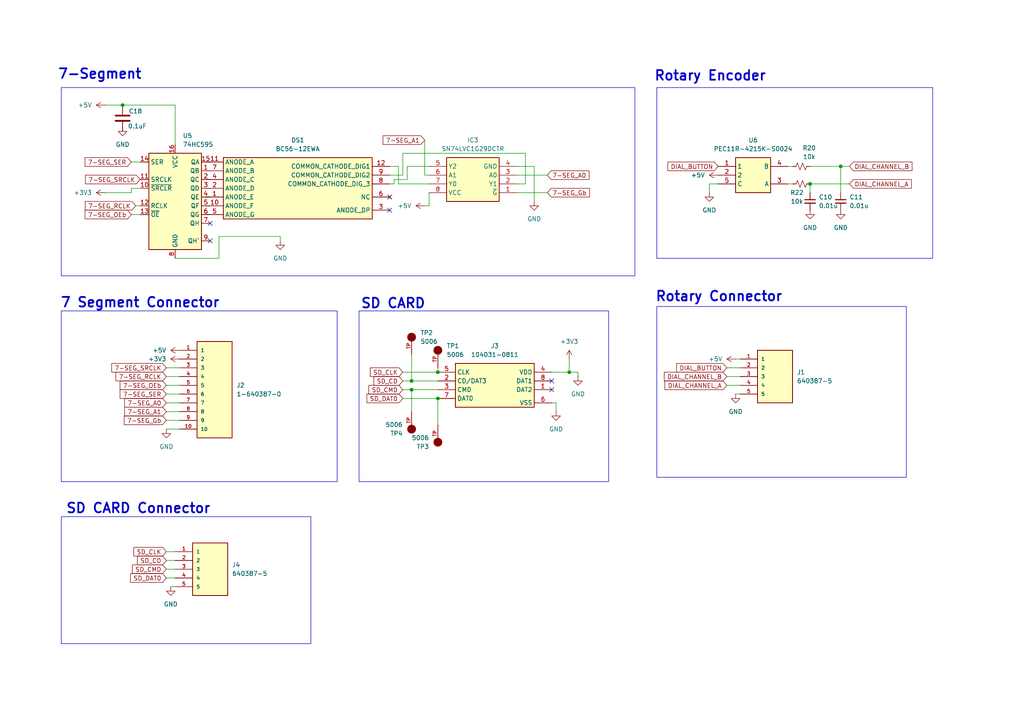
<source format=kicad_sch>
(kicad_sch (version 20231120) (generator "eeschema") (generator_version "8.0")
  (paper "A4")
  (lib_symbols
    (symbol "1-640387-0:1-640387-0" (pin_names (offset 1.016))
      (property "Reference" "J" (at -5.58 15.24 0))
      (property "Value" "1-640387-0" (at -5.08 -15.24 0))
      (symbol "1-640387-0_0_0"
        (rectangle (start -5.08 -12.7) (end 5.08 15.24) (stroke (width 0.254)) (fill (type background)))
        (pin passive line (at -10.16 12.7 0) (length 5.08) (name "1") (number "1"))
        (pin passive line (at -10.16 -10.16 0) (length 5.08) (name "10") (number "10"))
        (pin passive line (at -10.16 10.16 0) (length 5.08) (name "2") (number "2"))
        (pin passive line (at -10.16 7.62 0) (length 5.08) (name "3") (number "3"))
        (pin passive line (at -10.16 5.08 0) (length 5.08) (name "4") (number "4"))
        (pin passive line (at -10.16 2.54 0) (length 5.08) (name "5") (number "5"))
        (pin passive line (at -10.16 0 0) (length 5.08) (name "6") (number "6"))
        (pin passive line (at -10.16 -2.54 0) (length 5.08) (name "7") (number "7"))
        (pin passive line (at -10.16 -5.08 0) (length 5.08) (name "8") (number "8"))
        (pin passive line (at -10.16 -7.62 0) (length 5.08) (name "9") (number "9"))
      )
    )
    (symbol "104031-0811:104031-0811"
      (property "Reference" "J3" (at 16.51 7.62 0))
      (property "Value" "104031-0811" (at 16.51 5.08 0))
      (symbol "104031-0811_1_1"
        (rectangle (start 5.08 2.54) (end 27.94 -10.16) (stroke (width 0.254)) (fill (type background)))
        (pin passive line (at 33.02 -5.08 180) (length 5.08) (name "DAT2") (number "1"))
        (pin passive line (at 0 -2.54 0) (length 5.08) (name "CD/DAT3") (number "2"))
        (pin passive line (at 0 -5.08 0) (length 5.08) (name "CMD") (number "3"))
        (pin passive line (at 33.02 0 180) (length 5.08) (name "VDD") (number "4"))
        (pin passive line (at 0 0 0) (length 5.08) (name "CLK") (number "5"))
        (pin passive line (at 33.02 -8.89 180) (length 5.08) (name "VSS") (number "6"))
        (pin passive line (at 0 -7.62 0) (length 5.08) (name "DAT0") (number "7"))
        (pin passive line (at 33.02 -2.54 180) (length 5.08) (name "DAT1") (number "8"))
      )
    )
    (symbol "5006:5006" (pin_names (offset 1.016))
      (property "Reference" "TP" (at -2.5444 2.5415 0))
      (property "Value" "5006" (at -2.55 -5.0866 0))
      (symbol "5006_0_0"
        (circle (center 0 0) (radius 0.635) (stroke (width 1.27)))
        (pin passive line (at -5.08 0 0) (length 5.08) (name "~") (number "TP"))
      )
    )
    (symbol "640387-5:640387-5" (pin_names (offset 1.016))
      (property "Reference" "J" (at -5.58 7.62 0))
      (property "Value" "640387-5" (at -5.08 -10.16 0))
      (symbol "640387-5_0_0"
        (rectangle (start -5.08 -7.62) (end 5.08 7.62) (stroke (width 0.254)) (fill (type background)))
        (pin passive line (at -10.16 5.08 0) (length 5.08) (name "1") (number "1"))
        (pin passive line (at -10.16 2.54 0) (length 5.08) (name "2") (number "2"))
        (pin passive line (at -10.16 0 0) (length 5.08) (name "3") (number "3"))
        (pin passive line (at -10.16 -2.54 0) (length 5.08) (name "4") (number "4"))
        (pin passive line (at -10.16 -5.08 0) (length 5.08) (name "5") (number "5"))
      )
    )
    (symbol "74xx:74HC595"
      (property "Reference" "U" (at -7.62 13.97 0))
      (property "Value" "74HC595" (at -7.62 -16.51 0))
      (symbol "74HC595_1_0"
        (pin tri_state line (at 10.16 7.62 180) (length 2.54) (name "QB") (number "1"))
        (pin input line (at -10.16 2.54 0) (length 2.54) (name "~{SRCLR}") (number "10"))
        (pin input line (at -10.16 5.08 0) (length 2.54) (name "SRCLK") (number "11"))
        (pin input line (at -10.16 -2.54 0) (length 2.54) (name "RCLK") (number "12"))
        (pin input line (at -10.16 -5.08 0) (length 2.54) (name "~{OE}") (number "13"))
        (pin input line (at -10.16 10.16 0) (length 2.54) (name "SER") (number "14"))
        (pin tri_state line (at 10.16 10.16 180) (length 2.54) (name "QA") (number "15"))
        (pin power_in line (at 0 15.24 270) (length 2.54) (name "VCC") (number "16"))
        (pin tri_state line (at 10.16 5.08 180) (length 2.54) (name "QC") (number "2"))
        (pin tri_state line (at 10.16 2.54 180) (length 2.54) (name "QD") (number "3"))
        (pin tri_state line (at 10.16 0 180) (length 2.54) (name "QE") (number "4"))
        (pin tri_state line (at 10.16 -2.54 180) (length 2.54) (name "QF") (number "5"))
        (pin tri_state line (at 10.16 -5.08 180) (length 2.54) (name "QG") (number "6"))
        (pin tri_state line (at 10.16 -7.62 180) (length 2.54) (name "QH") (number "7"))
        (pin power_in line (at 0 -17.78 90) (length 2.54) (name "GND") (number "8"))
        (pin output line (at 10.16 -12.7 180) (length 2.54) (name "QH'") (number "9"))
      )
      (symbol "74HC595_1_1"
        (rectangle (start -7.62 12.7) (end 7.62 -15.24) (stroke (width 0.254)) (fill (type background)))
      )
    )
    (symbol "Device:C" (pin_numbers hide) (pin_names (offset 0.254))
      (property "Reference" "C" (at 0.635 2.54 0))
      (property "Value" "C" (at 0.635 -2.54 0))
      (symbol "C_0_1"
        (polyline (pts (xy -2.032 -0.762) (xy 2.032 -0.762)) (stroke (width 0.508)))
        (polyline (pts (xy -2.032 0.762) (xy 2.032 0.762)) (stroke (width 0.508)))
      )
      (symbol "C_1_1"
        (pin passive line (at 0 3.81 270) (length 2.794) (name "~") (number "1"))
        (pin passive line (at 0 -3.81 90) (length 2.794) (name "~") (number "2"))
      )
    )
    (symbol "Device:C_Small" (pin_numbers hide) (pin_names (offset 0.254) hide)
      (property "Reference" "C" (at 0.254 1.778 0))
      (property "Value" "C_Small" (at 0.254 -2.032 0))
      (symbol "C_Small_0_1"
        (polyline (pts (xy -1.524 -0.508) (xy 1.524 -0.508)) (stroke (width 0.3302)))
        (polyline (pts (xy -1.524 0.508) (xy 1.524 0.508)) (stroke (width 0.3048)))
      )
      (symbol "C_Small_1_1"
        (pin passive line (at 0 2.54 270) (length 2.032) (name "~") (number "1"))
        (pin passive line (at 0 -2.54 90) (length 2.032) (name "~") (number "2"))
      )
    )
    (symbol "Device:R_Small_US" (pin_numbers hide) (pin_names (offset 0.254) hide)
      (property "Reference" "R" (at 0.762 0.508 0))
      (property "Value" "R_Small_US" (at 0.762 -1.016 0))
      (symbol "R_Small_US_1_1"
        (polyline (pts (xy 0 0) (xy 1.016 -0.381) (xy 0 -0.762) (xy -1.016 -1.143) (xy 0 -1.524)))
        (polyline (pts (xy 0 1.524) (xy 1.016 1.143) (xy 0 0.762) (xy -1.016 0.381) (xy 0 0)))
        (pin passive line (at 0 2.54 270) (length 1.016) (name "~") (number "1"))
        (pin passive line (at 0 -2.54 90) (length 1.016) (name "~") (number "2"))
      )
    )
    (symbol "SamacSys_Parts:BC56-12EWA"
      (property "Reference" "DS1" (at 26.67 7.62 0))
      (property "Value" "BC56-12EWA" (at 26.67 5.08 0))
      (symbol "BC56-12EWA_1_1"
        (rectangle (start 5.08 2.54) (end 48.26 -15.24) (stroke (width 0.254)) (fill (type background)))
        (pin passive line (at 0 -8.89 0) (length 5.08) (name "ANODE_E") (number "1"))
        (pin passive line (at 0 -11.43 0) (length 5.08) (name "ANODE_F") (number "10"))
        (pin passive line (at 0 1.27 0) (length 5.08) (name "ANODE_A") (number "11"))
        (pin passive line (at 53.34 0 180) (length 5.08) (name "COMMON_CATHODE_DIG1") (number "12"))
        (pin passive line (at 0 -6.35 0) (length 5.08) (name "ANODE_D") (number "2"))
        (pin passive line (at 53.34 -12.7 180) (length 5.08) (name "ANODE_DP") (number "3"))
        (pin passive line (at 0 -3.81 0) (length 5.08) (name "ANODE_C") (number "4"))
        (pin passive line (at 0 -13.97 0) (length 5.08) (name "ANODE_G") (number "5"))
        (pin no_connect line (at 53.34 -8.89 180) (length 5.08) (name "NC") (number "6"))
        (pin passive line (at 0 -1.27 0) (length 5.08) (name "ANODE_B") (number "7"))
        (pin passive line (at 53.34 -5.08 180) (length 5.08) (name "COMMON_CATHODE_DIG_3") (number "8"))
        (pin passive line (at 53.34 -2.54 180) (length 5.08) (name "COMMON_CATHODE_DIG2") (number "9"))
      )
    )
    (symbol "SamacSys_Parts:PEC11R-4215K-S0024"
      (property "Reference" "U6" (at 10.16 7.62 0))
      (property "Value" "PEC11R-4215K-S0024" (at 10.16 5.08 0))
      (symbol "PEC11R-4215K-S0024_1_1"
        (rectangle (start 5.08 2.54) (end 15.24 -7.62) (stroke (width 0.254)) (fill (type background)))
        (pin passive line (at 0 0 0) (length 5.08) (name "1") (number "1"))
        (pin passive line (at 0 -2.54 0) (length 5.08) (name "2") (number "2"))
        (pin passive line (at 20.32 -5.08 180) (length 5.08) (name "A") (number "3"))
        (pin passive line (at 20.32 0 180) (length 5.08) (name "B") (number "4"))
        (pin passive line (at 0 -5.08 0) (length 5.08) (name "C") (number "5"))
      )
    )
    (symbol "SamacSys_Parts:SN74LVC1G29DCTR"
      (property "Reference" "IC" (at 21.59 7.62 0))
      (property "Value" "SN74LVC1G29DCTR" (at 21.59 5.08 0))
      (symbol "SN74LVC1G29DCTR_1_1"
        (rectangle (start 5.08 2.54) (end 20.32 -10.16) (stroke (width 0.254)) (fill (type background)))
        (pin passive line (at 0 0 0) (length 5.08) (name "~{G}") (number "1"))
        (pin passive line (at 0 -2.54 0) (length 5.08) (name "Y1") (number "2"))
        (pin passive line (at 0 -5.08 0) (length 5.08) (name "A0") (number "3"))
        (pin passive line (at 0 -7.62 0) (length 5.08) (name "GND") (number "4"))
        (pin passive line (at 25.4 -7.62 180) (length 5.08) (name "Y2") (number "5"))
        (pin passive line (at 25.4 -5.08 180) (length 5.08) (name "A1") (number "6"))
        (pin passive line (at 25.4 -2.54 180) (length 5.08) (name "Y0") (number "7"))
        (pin passive line (at 25.4 0 180) (length 5.08) (name "VCC") (number "8"))
      )
    )
    (symbol "power:+3V3" (power) (pin_numbers hide) (pin_names (offset 0) hide)
      (property "Value" "+3V3" (at 0 3.556 0))
      (symbol "+3V3_0_1"
        (polyline (pts (xy -0.762 1.27) (xy 0 2.54)))
        (polyline (pts (xy 0 0) (xy 0 2.54)))
        (polyline (pts (xy 0 2.54) (xy 0.762 1.27)))
      )
      (symbol "+3V3_1_1"
        (pin power_in line (at 0 0 90) (length 0) (name "~") (number "1"))
      )
    )
    (symbol "power:+5V" (power) (pin_numbers hide) (pin_names (offset 0) hide)
      (property "Value" "+5V" (at 0 3.556 0))
      (symbol "+5V_0_1"
        (polyline (pts (xy -0.762 1.27) (xy 0 2.54)))
        (polyline (pts (xy 0 0) (xy 0 2.54)))
        (polyline (pts (xy 0 2.54) (xy 0.762 1.27)))
      )
      (symbol "+5V_1_1"
        (pin power_in line (at 0 0 90) (length 0) (name "~") (number "1"))
      )
    )
    (symbol "power:GND" (power) (pin_numbers hide) (pin_names (offset 0) hide)
      (property "Value" "GND" (at 0 -3.81 0))
      (symbol "GND_0_1"
        (polyline (pts (xy 0 0) (xy 0 -1.27) (xy 1.27 -1.27) (xy 0 -2.54) (xy -1.27 -1.27) (xy 0 -1.27)))
      )
      (symbol "GND_1_1"
        (pin power_in line (at 0 0 270) (length 0) (name "~") (number "1"))
      )
    )
  )
  (junction (at 119.38 110.49))
  (junction (at 234.95 53.34))
  (junction (at 243.84 48.26))
  (junction (at 127 107.95))
  (junction (at 165.1 107.95))
  (junction (at 35.56 30.48))
  (junction (at 127 115.57))
  (junction (at 119.38 113.03))
  (no_connect (at 160.02 113.03))
  (no_connect (at 160.02 110.49))
  (no_connect (at 113.03 57.15))
  (no_connect (at 60.96 69.85))
  (no_connect (at 113.03 60.96))
  (no_connect (at 60.96 64.77))
  (wire (pts (xy 158.75 55.88) (xy 149.86 55.88)))
  (wire (pts (xy 205.74 53.34) (xy 205.74 55.88)))
  (wire (pts (xy 81.28 68.58) (xy 81.28 69.85)))
  (wire (pts (xy 119.38 102.87) (xy 119.38 110.49)))
  (wire (pts (xy 49.53 170.18) (xy 50.8 170.18)))
  (wire (pts (xy 48.26 109.22) (xy 52.07 109.22)))
  (wire (pts (xy 38.1 55.88) (xy 38.1 54.61)))
  (wire (pts (xy 113.03 50.8) (xy 116.84 50.8)))
  (wire (pts (xy 205.74 53.34) (xy 208.28 53.34)))
  (wire (pts (xy 38.1 54.61) (xy 40.64 54.61)))
  (wire (pts (xy 118.11 52.07) (xy 118.11 48.26)))
  (wire (pts (xy 213.36 114.3) (xy 214.63 114.3)))
  (wire (pts (xy 152.4 53.34) (xy 152.4 44.45)))
  (wire (pts (xy 60.96 59.69) (xy 59.69 59.69)))
  (wire (pts (xy 48.26 165.1) (xy 50.8 165.1)))
  (wire (pts (xy 116.84 115.57) (xy 127 115.57)))
  (wire (pts (xy 116.84 110.49) (xy 119.38 110.49)))
  (wire (pts (xy 234.95 53.34) (xy 246.38 53.34)))
  (wire (pts (xy 149.86 53.34) (xy 152.4 53.34)))
  (wire (pts (xy 113.03 53.34) (xy 114.3 53.34)))
  (wire (pts (xy 229.87 48.26) (xy 228.6 48.26)))
  (wire (pts (xy 116.84 113.03) (xy 119.38 113.03)))
  (polyline (pts (xy 406.4 247.65) (xy 406.4 171.45)))
  (wire (pts (xy 60.96 62.23) (xy 59.69 62.23)))
  (wire (pts (xy 154.94 48.26) (xy 154.94 58.42)))
  (wire (pts (xy 60.96 57.15) (xy 59.69 57.15)))
  (wire (pts (xy 127 106.68) (xy 127 107.95)))
  (wire (pts (xy 35.56 30.48) (xy 50.8 30.48)))
  (wire (pts (xy 229.87 53.34) (xy 228.6 53.34)))
  (wire (pts (xy 210.82 111.76) (xy 214.63 111.76)))
  (wire (pts (xy 119.38 113.03) (xy 127 113.03)))
  (wire (pts (xy 50.8 30.48) (xy 50.8 41.91)))
  (wire (pts (xy 63.5 74.93) (xy 63.5 68.58)))
  (wire (pts (xy 210.82 106.68) (xy 214.63 106.68)))
  (wire (pts (xy 123.19 50.8) (xy 124.46 50.8)))
  (wire (pts (xy 115.57 53.34) (xy 115.57 48.26)))
  (wire (pts (xy 234.95 48.26) (xy 243.84 48.26)))
  (wire (pts (xy 48.26 121.92) (xy 52.07 121.92)))
  (wire (pts (xy 63.5 68.58) (xy 81.28 68.58)))
  (wire (pts (xy 161.29 119.38) (xy 161.29 116.84)))
  (wire (pts (xy 119.38 113.03) (xy 119.38 119.38)))
  (wire (pts (xy 48.26 160.02) (xy 50.8 160.02)))
  (wire (pts (xy 30.48 55.88) (xy 38.1 55.88)))
  (wire (pts (xy 48.26 106.68) (xy 52.07 106.68)))
  (wire (pts (xy 152.4 44.45) (xy 116.84 44.45)))
  (wire (pts (xy 50.8 74.93) (xy 63.5 74.93)))
  (wire (pts (xy 123.19 59.69) (xy 124.46 59.69)))
  (wire (pts (xy 243.84 48.26) (xy 243.84 55.88)))
  (wire (pts (xy 48.26 124.46) (xy 52.07 124.46)))
  (wire (pts (xy 116.84 107.95) (xy 127 107.95)))
  (wire (pts (xy 243.84 48.26) (xy 246.38 48.26)))
  (wire (pts (xy 161.29 116.84) (xy 160.02 116.84)))
  (wire (pts (xy 160.02 107.95) (xy 165.1 107.95)))
  (wire (pts (xy 149.86 48.26) (xy 154.94 48.26)))
  (wire (pts (xy 48.26 119.38) (xy 52.07 119.38)))
  (wire (pts (xy 48.26 162.56) (xy 50.8 162.56)))
  (wire (pts (xy 60.96 49.53) (xy 59.69 49.53)))
  (wire (pts (xy 213.36 104.14) (xy 214.63 104.14)))
  (wire (pts (xy 234.95 53.34) (xy 234.95 55.88)))
  (wire (pts (xy 60.96 52.07) (xy 59.69 52.07)))
  (wire (pts (xy 158.75 50.8) (xy 149.86 50.8)))
  (wire (pts (xy 210.82 109.22) (xy 214.63 109.22)))
  (wire (pts (xy 60.96 46.99) (xy 59.69 46.99)))
  (wire (pts (xy 119.38 110.49) (xy 127 110.49)))
  (wire (pts (xy 116.84 44.45) (xy 116.84 50.8)))
  (wire (pts (xy 114.3 53.34) (xy 114.3 52.07)))
  (wire (pts (xy 35.56 38.1) (xy 35.56 36.83)))
  (wire (pts (xy 38.1 62.23) (xy 40.64 62.23)))
  (wire (pts (xy 123.19 40.64) (xy 123.19 50.8)))
  (wire (pts (xy 48.26 167.64) (xy 50.8 167.64)))
  (wire (pts (xy 124.46 59.69) (xy 124.46 55.88)))
  (wire (pts (xy 48.26 114.3) (xy 52.07 114.3)))
  (wire (pts (xy 127 115.57) (xy 127 123.19)))
  (wire (pts (xy 114.3 52.07) (xy 118.11 52.07)))
  (wire (pts (xy 118.11 48.26) (xy 124.46 48.26)))
  (wire (pts (xy 165.1 107.95) (xy 165.1 104.14)))
  (wire (pts (xy 48.26 111.76) (xy 52.07 111.76)))
  (wire (pts (xy 167.64 109.22) (xy 167.64 107.95)))
  (wire (pts (xy 60.96 54.61) (xy 59.69 54.61)))
  (wire (pts (xy 167.64 107.95) (xy 165.1 107.95)))
  (wire (pts (xy 124.46 53.34) (xy 115.57 53.34)))
  (wire (pts (xy 113.03 48.26) (xy 115.57 48.26)))
  (wire (pts (xy 48.26 116.84) (xy 52.07 116.84)))
  (wire (pts (xy 39.37 59.69) (xy 40.64 59.69)))
  (wire (pts (xy 38.1 46.99) (xy 40.64 46.99)))
  (wire (pts (xy 30.48 30.48) (xy 35.56 30.48)))
  (rectangle (start 17.78 149.86) (end 90.17 186.69))
  (rectangle (start 190.5 25.4) (end 270.51 74.93))
  (rectangle (start 17.78 90.17) (end 97.79 139.7))
  (rectangle (start 17.78 25.4) (end 184.15 80.01))
  (rectangle (start 104.14 90.17) (end 176.53 139.7))
  (rectangle (start 190.5 88.9) (end 262.89 138.43))
  (text "7 Segment Connector" (at 40.64 87.884 0) (effects (font (size 2.794 2.794) (thickness 0.508) (bold yes))))
  (text "Rotary Encoder" (at 205.994 22.098 0) (effects (font (size 2.794 2.794) (thickness 0.508) (bold yes))))
  (text "7-Segment\n" (at 28.956 21.59 0) (effects (font (size 2.794 2.794) (thickness 0.508) (bold yes))))
  (text "SD CARD" (at 114.046 88.138 0) (effects (font (size 2.794 2.794) (thickness 0.508) (bold yes))))
  (text "Rotary Connector" (at 208.534 86.106 0) (effects (font (size 2.794 2.794) (thickness 0.508) (bold yes))))
  (text "SD CARD Connector" (at 40.132 147.574 0) (effects (font (size 2.794 2.794) (thickness 0.508) (bold yes))))
  (global_label "DIAL_BUTTON" (shape input) (at 210.82 106.68 180) (property "Intersheetrefs" "${INTERSHEET_REFS}" (effects (hide yes))))
  (global_label "7-SEG_RCLK" (shape input) (at 48.26 109.22 180) (property "Intersheetrefs" "${INTERSHEET_REFS}" (effects (hide yes))))
  (global_label "7-SEG_RCLK" (shape input) (at 39.37 59.69 180) (property "Intersheetrefs" "${INTERSHEET_REFS}" (effects (hide yes))))
  (global_label "7-SEG_A1" (shape input) (at 48.26 119.38 180) (property "Intersheetrefs" "${INTERSHEET_REFS}" (effects (hide yes))))
  (global_label "7-SEG_OEb" (shape input) (at 38.1 62.23 180) (property "Intersheetrefs" "${INTERSHEET_REFS}" (effects (hide yes))))
  (global_label "SD_CMD" (shape input) (at 116.84 113.03 180) (property "Intersheetrefs" "${INTERSHEET_REFS}" (effects (hide yes))))
  (global_label "SD_CD" (shape input) (at 116.84 110.49 180) (property "Intersheetrefs" "${INTERSHEET_REFS}" (effects (hide yes))))
  (global_label "7-SEG_A0" (shape input) (at 158.75 50.8 0) (property "Intersheetrefs" "${INTERSHEET_REFS}" (effects (hide yes))))
  (global_label "7-SEG_Gb" (shape input) (at 48.26 121.92 180) (property "Intersheetrefs" "${INTERSHEET_REFS}" (effects (hide yes))))
  (global_label "SD_DAT0" (shape input) (at 48.26 167.64 180) (property "Intersheetrefs" "${INTERSHEET_REFS}" (effects (hide yes))))
  (global_label "DIAL_CHANNEL_B" (shape input) (at 246.38 48.26 0) (property "Intersheetrefs" "${INTERSHEET_REFS}" (effects (hide yes))))
  (global_label "7-SEG_SER" (shape input) (at 48.26 114.3 180) (property "Intersheetrefs" "${INTERSHEET_REFS}" (effects (hide yes))))
  (global_label "SD_CMD" (shape input) (at 48.26 165.1 180) (property "Intersheetrefs" "${INTERSHEET_REFS}" (effects (hide yes))))
  (global_label "SD_CLK" (shape input) (at 48.26 160.02 180) (property "Intersheetrefs" "${INTERSHEET_REFS}" (effects (hide yes))))
  (global_label "DIAL_CHANNEL_A" (shape input) (at 210.82 111.76 180) (property "Intersheetrefs" "${INTERSHEET_REFS}" (effects (hide yes))))
  (global_label "7-SEG_Gb" (shape input) (at 158.75 55.88 0) (property "Intersheetrefs" "${INTERSHEET_REFS}" (effects (hide yes))))
  (global_label "7-SEG_SRCLK" (shape input) (at 40.64 52.07 180) (property "Intersheetrefs" "${INTERSHEET_REFS}" (effects (hide yes))))
  (global_label "DIAL_CHANNEL_A" (shape input) (at 246.38 53.34 0) (property "Intersheetrefs" "${INTERSHEET_REFS}" (effects (hide yes))))
  (global_label "DIAL_BUTTON" (shape input) (at 208.28 48.26 180) (property "Intersheetrefs" "${INTERSHEET_REFS}" (effects (hide yes))))
  (global_label "7-SEG_OEb" (shape input) (at 48.26 111.76 180) (property "Intersheetrefs" "${INTERSHEET_REFS}" (effects (hide yes))))
  (global_label "SD_DAT0" (shape input) (at 116.84 115.57 180) (property "Intersheetrefs" "${INTERSHEET_REFS}" (effects (hide yes))))
  (global_label "7-SEG_SRCLK" (shape input) (at 48.26 106.68 180) (property "Intersheetrefs" "${INTERSHEET_REFS}" (effects (hide yes))))
  (global_label "7-SEG_A1" (shape input) (at 123.19 40.64 180) (property "Intersheetrefs" "${INTERSHEET_REFS}" (effects (hide yes))))
  (global_label "SD_CD" (shape input) (at 48.26 162.56 180) (property "Intersheetrefs" "${INTERSHEET_REFS}" (effects (hide yes))))
  (global_label "7-SEG_A0" (shape input) (at 48.26 116.84 180) (property "Intersheetrefs" "${INTERSHEET_REFS}" (effects (hide yes))))
  (global_label "DIAL_CHANNEL_B" (shape input) (at 210.82 109.22 180) (property "Intersheetrefs" "${INTERSHEET_REFS}" (effects (hide yes))))
  (global_label "SD_CLK" (shape input) (at 116.84 107.95 180) (property "Intersheetrefs" "${INTERSHEET_REFS}" (effects (hide yes))))
  (global_label "7-SEG_SER" (shape input) (at 38.1 46.99 180) (property "Intersheetrefs" "${INTERSHEET_REFS}" (effects (hide yes))))
  (symbol (lib_id "power:GND") (at 243.84 60.96 0) (unit 1)
    (property "Reference" "#PWR032" (effects (hide yes)))
    (property "Value" "GND" (at 243.84 66.04 0))
    (property "Description" "Power symbol creates a global label with name \"GND\" , ground" (effects (hide yes)))
  )
  (symbol (lib_id "640387-5:640387-5") (at 60.96 165.1 0) (unit 1)
    (property "Reference" "J4" (at 67.31 163.8299 0) (effects (justify left)))
    (property "Value" "640387-5" (at 67.31 166.3699 0) (effects (justify left)))
    (property "Footprint" "footprints:TE_640387-5" (effects (hide yes)))
    (property "PARTREV" "R" (effects (hide yes)))
    (property "STANDARD" "Manufacturer Recommendations" (effects (hide yes)))
    (property "MANUFACTURER" "TE" (effects (hide yes)))
  )
  (symbol (lib_id "power:GND") (at 154.94 58.42 0) (unit 1)
    (property "Reference" "#PWR070" (effects (hide yes)))
    (property "Value" "GND" (at 154.94 63.5 0))
    (property "Description" "Power symbol creates a global label with name \"GND\" , ground" (effects (hide yes)))
  )
  (symbol (lib_id "640387-5:640387-5") (at 224.79 109.22 0) (unit 1)
    (property "Reference" "J1" (at 231.14 107.9499 0) (effects (justify left)))
    (property "Value" "640387-5" (at 231.14 110.4899 0) (effects (justify left)))
    (property "Footprint" "footprints:TE_640387-5" (effects (hide yes)))
    (property "PARTREV" "R" (effects (hide yes)))
    (property "STANDARD" "Manufacturer Recommendations" (effects (hide yes)))
    (property "MANUFACTURER" "TE" (effects (hide yes)))
  )
  (symbol (lib_id "74xx:74HC595") (at 50.8 57.15 0) (unit 1)
    (property "Reference" "U5" (at 52.9941 39.37 0) (effects (justify left)))
    (property "Value" "74HC595" (at 52.9941 41.91 0) (effects (justify left)))
    (property "Footprint" "footprints:SOIC127P600X175-16N" (effects (hide yes)))
    (property "Datasheet" "http://www.ti.com/lit/ds/symlink/sn74hc595.pdf" (effects (hide yes)))
    (property "Description" "8-bit serial in/out Shift Register 3-State Outputs" (effects (hide yes)))
  )
  (symbol (lib_id "Device:C") (at 35.56 34.29 0) (unit 1)
    (property "Reference" "C18" (at 37.338 32.258 0) (effects (justify left)))
    (property "Value" "0.1uF" (at 37.084 36.576 0) (effects (justify left)))
    (property "Footprint" "Capacitor_SMD:C_0805_2012Metric" (effects (hide yes)))
    (property "Description" "Unpolarized capacitor" (effects (hide yes)))
  )
  (symbol (lib_id "power:GND") (at 35.56 36.83 0) (unit 1)
    (property "Reference" "#PWR068" (effects (hide yes)))
    (property "Value" "GND" (at 35.56 41.91 0))
    (property "Description" "Power symbol creates a global label with name \"GND\" , ground" (effects (hide yes)))
  )
  (symbol (lib_id "power:+3V3") (at 165.1 104.14 0) (unit 1)
    (property "Reference" "#PWR06" (effects (hide yes)))
    (property "Value" "+3V3" (at 165.1 99.06 0))
    (property "Description" "Power symbol creates a global label with name \"+3V3\"" (effects (hide yes)))
  )
  (symbol (lib_id "power:+5V") (at 30.48 30.48 90) (unit 1)
    (property "Reference" "#PWR0115" (effects (hide yes)))
    (property "Value" "+5V" (at 26.67 30.4799 90) (effects (justify left)))
    (property "Description" "Power symbol creates a global label with name \"+5V\"" (effects (hide yes)))
  )
  (symbol (lib_id "SamacSys_Parts:SN74LVC1G29DCTR") (at 149.86 55.88 180) (unit 1)
    (property "Reference" "IC3" (at 137.16 40.64 0))
    (property "Value" "SN74LVC1G29DCTR" (at 137.16 43.18 0))
    (property "Footprint" "footprints:SOP65P780X200-28N" (effects (hide yes)))
    (property "Datasheet" "http://www.ti.com/lit/gpn/sn74lvc1g29" (effects (hide yes)))
    (property "Description" "2-of-3 Decoder/Demultiplexer" (effects (hide yes)))
    (property "Height" "1.3" (effects (hide yes)))
    (property "Manufacturer_Name" "Texas Instruments" (effects (hide yes)))
    (property "Manufacturer_Part_Number" "SN74LVC1G29DCTR" (effects (hide yes)))
    (property "Mouser Part Number" "595-SN74LVC1G29DCTR" (effects (hide yes)))
    (property "Mouser Price/Stock" "https://www.mouser.co.uk/ProductDetail/Texas-Instruments/SN74LVC1G29DCTR?qs=pajgIaoyDUigjfMBtNA2Lw%3D%3D" (effects (hide yes)))
    (property "Arrow Part Number" "SN74LVC1G29DCTR" (effects (hide yes)))
    (property "Arrow Price/Stock" "null?region=nac" (effects (hide yes)))
  )
  (symbol (lib_id "Device:R_Small_US") (at 232.41 48.26 90) (unit 1)
    (property "Reference" "R20" (at 234.696 42.926 90))
    (property "Value" "10k" (at 234.696 45.466 90))
    (property "Footprint" "Resistor_SMD:R_0805_2012Metric" (effects (hide yes)))
    (property "Description" "Resistor, small US symbol" (effects (hide yes)))
  )
  (symbol (lib_id "power:GND") (at 167.64 109.22 0) (unit 1)
    (property "Reference" "#PWR08" (effects (hide yes)))
    (property "Value" "GND" (at 167.64 114.3 0))
    (property "Description" "Power symbol creates a global label with name \"GND\" , ground" (effects (hide yes)))
  )
  (symbol (lib_id "Device:R_Small_US") (at 232.41 53.34 90) (unit 1)
    (property "Reference" "R22" (at 231.14 55.88 90))
    (property "Value" "10k" (at 231.14 58.42 90))
    (property "Footprint" "Resistor_SMD:R_0805_2012Metric" (effects (hide yes)))
    (property "Description" "Resistor, small US symbol" (effects (hide yes)))
  )
  (symbol (lib_id "power:+3V3") (at 30.48 55.88 90) (unit 1)
    (property "Reference" "#PWR0119" (effects (hide yes)))
    (property "Value" "+3V3" (at 26.67 55.8799 90) (effects (justify left)))
    (property "Description" "Power symbol creates a global label with name \"+3V3\"" (effects (hide yes)))
  )
  (symbol (lib_id "power:GND") (at 49.53 170.18 0) (unit 1)
    (property "Reference" "#PWR09" (effects (hide yes)))
    (property "Value" "GND" (at 49.53 175.26 0))
    (property "Description" "Power symbol creates a global label with name \"GND\" , ground" (effects (hide yes)))
  )
  (symbol (lib_id "power:GND") (at 81.28 69.85 0) (unit 1)
    (property "Reference" "#PWR069" (effects (hide yes)))
    (property "Value" "GND" (at 81.28 74.93 0))
    (property "Description" "Power symbol creates a global label with name \"GND\" , ground" (effects (hide yes)))
  )
  (symbol (lib_id "power:GND") (at 205.74 55.88 0) (unit 1)
    (property "Reference" "#PWR030" (effects (hide yes)))
    (property "Value" "GND" (at 205.74 60.96 0))
    (property "Description" "Power symbol creates a global label with name \"GND\" , ground" (effects (hide yes)))
  )
  (symbol (lib_id "power:+3V3") (at 52.07 104.14 90) (unit 1)
    (property "Reference" "#PWR05" (effects (hide yes)))
    (property "Value" "+3V3" (at 48.26 104.1399 90) (effects (justify left)))
    (property "Description" "Power symbol creates a global label with name \"+3V3\"" (effects (hide yes)))
  )
  (symbol (lib_id "power:+5V") (at 123.19 59.69 90) (unit 1)
    (property "Reference" "#PWR0116" (effects (hide yes)))
    (property "Value" "+5V" (at 119.38 59.6899 90) (effects (justify left)))
    (property "Description" "Power symbol creates a global label with name \"+5V\"" (effects (hide yes)))
  )
  (symbol (lib_id "5006:5006") (at 119.38 124.46 270) (unit 1)
    (property "Reference" "TP4" (at 116.84 125.7301 90) (effects (justify right)))
    (property "Value" "5006" (at 116.84 123.1901 90) (effects (justify right)))
    (property "Footprint" "footprints:KEYSTONE_5006" (effects (hide yes)))
    (property "PARTREV" "F" (effects (hide yes)))
    (property "STANDARD" "Manufacturer Recommendations" (effects (hide yes)))
    (property "SNAPEDA_PN" "5006" (effects (hide yes)))
    (property "MAXIMUM_PACKAGE_HEIGHT" "5.59 mm" (effects (hide yes)))
    (property "MANUFACTURER" "Keystone Electronics" (effects (hide yes)))
  )
  (symbol (lib_id "power:+5V") (at 213.36 104.14 90) (unit 1)
    (property "Reference" "#PWR01" (effects (hide yes)))
    (property "Value" "+5V" (at 209.55 104.1399 90) (effects (justify left)))
    (property "Description" "Power symbol creates a global label with name \"+5V\"" (effects (hide yes)))
  )
  (symbol (lib_id "power:GND") (at 161.29 119.38 0) (unit 1)
    (property "Reference" "#PWR07" (effects (hide yes)))
    (property "Value" "GND" (at 161.29 124.46 0))
    (property "Description" "Power symbol creates a global label with name \"GND\" , ground" (effects (hide yes)))
  )
  (symbol (lib_id "Device:C_Small") (at 234.95 58.42 0) (unit 1)
    (property "Reference" "C10" (at 237.49 57.1562 0) (effects (justify left)))
    (property "Value" "0.01u" (at 237.49 59.6962 0) (effects (justify left)))
    (property "Footprint" "Capacitor_SMD:C_0805_2012Metric" (effects (hide yes)))
    (property "Description" "Unpolarized capacitor, small symbol" (effects (hide yes)))
  )
  (symbol (lib_id "1-640387-0:1-640387-0") (at 62.23 114.3 0) (unit 1)
    (property "Reference" "J2" (at 68.58 111.7599 0) (effects (justify left)))
    (property "Value" "1-640387-0" (at 68.58 114.2999 0) (effects (justify left)))
    (property "Footprint" "footprints:TE_1-640387-0" (effects (hide yes)))
    (property "PARTREV" "R" (effects (hide yes)))
    (property "STANDARD" "Manufacturer Recommendations" (effects (hide yes)))
    (property "MANUFACTURER" "TE" (effects (hide yes)))
  )
  (symbol (lib_id "5006:5006") (at 127 101.6 90) (unit 1)
    (property "Reference" "TP1" (at 129.54 100.3299 90) (effects (justify right)))
    (property "Value" "5006" (at 129.54 102.8699 90) (effects (justify right)))
    (property "Footprint" "footprints:KEYSTONE_5006" (effects (hide yes)))
    (property "PARTREV" "F" (effects (hide yes)))
    (property "STANDARD" "Manufacturer Recommendations" (effects (hide yes)))
    (property "SNAPEDA_PN" "5006" (effects (hide yes)))
    (property "MAXIMUM_PACKAGE_HEIGHT" "5.59 mm" (effects (hide yes)))
    (property "MANUFACTURER" "Keystone Electronics" (effects (hide yes)))
  )
  (symbol (lib_id "power:GND") (at 234.95 60.96 0) (unit 1)
    (property "Reference" "#PWR031" (effects (hide yes)))
    (property "Value" "GND" (at 234.95 66.04 0))
    (property "Description" "Power symbol creates a global label with name \"GND\" , ground" (effects (hide yes)))
  )
  (symbol (lib_id "Device:C_Small") (at 243.84 58.42 0) (unit 1)
    (property "Reference" "C11" (at 246.38 57.1562 0) (effects (justify left)))
    (property "Value" "0.01u" (at 246.38 59.6962 0) (effects (justify left)))
    (property "Footprint" "Capacitor_SMD:C_0805_2012Metric" (effects (hide yes)))
    (property "Description" "Unpolarized capacitor, small symbol" (effects (hide yes)))
  )
  (symbol (lib_id "5006:5006") (at 127 128.27 270) (unit 1)
    (property "Reference" "TP3" (at 124.46 129.5401 90) (effects (justify right)))
    (property "Value" "5006" (at 124.46 127.0001 90) (effects (justify right)))
    (property "Footprint" "footprints:KEYSTONE_5006" (effects (hide yes)))
    (property "PARTREV" "F" (effects (hide yes)))
    (property "STANDARD" "Manufacturer Recommendations" (effects (hide yes)))
    (property "SNAPEDA_PN" "5006" (effects (hide yes)))
    (property "MAXIMUM_PACKAGE_HEIGHT" "5.59 mm" (effects (hide yes)))
    (property "MANUFACTURER" "Keystone Electronics" (effects (hide yes)))
  )
  (symbol (lib_id "SamacSys_Parts:BC56-12EWA") (at 59.69 48.26 0) (unit 1)
    (property "Reference" "DS1" (at 86.36 40.64 0))
    (property "Value" "BC56-12EWA" (at 86.36 43.18 0))
    (property "Footprint" "footprints:DIPS1524W50P254L3760H835Q12N" (effects (hide yes)))
    (property "Datasheet" "http://www.kingbrightusa.com/images/catalog/SPEC/BC56-12EWA.pdf" (effects (hide yes)))
    (property "Description" "LED Displays & Accessories Tri Red 625nm Common Cathode" (effects (hide yes)))
    (property "Height" "8.35" (effects (hide yes)))
    (property "Manufacturer_Name" "Kingbright" (effects (hide yes)))
    (property "Manufacturer_Part_Number" "BC56-12EWA" (effects (hide yes)))
    (property "Mouser Part Number" "604-BC56-12EWA" (effects (hide yes)))
    (property "Mouser Price/Stock" "https://www.mouser.co.uk/ProductDetail/Kingbright/BC56-12EWA?qs=VdjlWU%2FzoOFYzPvg24W7QQ%3D%3D" (effects (hide yes)))
  )
  (symbol (lib_id "SamacSys_Parts:PEC11R-4215K-S0024") (at 208.28 48.26 0) (unit 1)
    (property "Reference" "U6" (at 218.44 40.64 0))
    (property "Value" "PEC11R-4215K-S0024" (at 218.44 43.18 0))
    (property "Footprint" "Rotary_Encoder:SW_PEC11R-4XXXK-SXXXX_BRN" (effects (hide yes)))
    (property "Datasheet" "http://uk.rs-online.com/web/p/products/7377742" (effects (hide yes)))
    (property "Description" "Incremental encoder 24 detents 24 pulses Bourns 24 Pulse Incremental Mechanical Rotary Encoder with a 6 mm Flat Shaft (Not Indexed), Through Hole" (effects (hide yes)))
    (property "Manufacturer_Name" "Bourns" (effects (hide yes)))
    (property "Manufacturer_Part_Number" "PEC11R-4215K-S0024" (effects (hide yes)))
    (property "Mouser Part Number" "652-PEC11R-4215K-S24" (effects (hide yes)))
    (property "Mouser Price/Stock" "https://www.mouser.co.uk/ProductDetail/Bourns/PEC11R-4215K-S0024?qs=Zq5ylnUbLm5D%252BGwiRY%2FBEQ%3D%3D" (effects (hide yes)))
    (property "Arrow Part Number" "PEC11R-4215K-S0024" (effects (hide yes)))
    (property "Arrow Price/Stock" "https://www.arrow.com/en/products/pec11r-4215k-s0024/bourns?region=nac" (effects (hide yes)))
  )
  (symbol (lib_id "power:+5V") (at 52.07 101.6 90) (unit 1)
    (property "Reference" "#PWR03" (effects (hide yes)))
    (property "Value" "+5V" (at 48.26 101.5999 90) (effects (justify left)))
    (property "Description" "Power symbol creates a global label with name \"+5V\"" (effects (hide yes)))
  )
  (symbol (lib_id "5006:5006") (at 119.38 97.79 90) (unit 1)
    (property "Reference" "TP2" (at 121.92 96.5199 90) (effects (justify right)))
    (property "Value" "5006" (at 121.92 99.0599 90) (effects (justify right)))
    (property "Footprint" "footprints:KEYSTONE_5006" (effects (hide yes)))
    (property "PARTREV" "F" (effects (hide yes)))
    (property "STANDARD" "Manufacturer Recommendations" (effects (hide yes)))
    (property "SNAPEDA_PN" "5006" (effects (hide yes)))
    (property "MAXIMUM_PACKAGE_HEIGHT" "5.59 mm" (effects (hide yes)))
    (property "MANUFACTURER" "Keystone Electronics" (effects (hide yes)))
  )
  (symbol (lib_id "power:GND") (at 48.26 124.46 0) (unit 1)
    (property "Reference" "#PWR04" (effects (hide yes)))
    (property "Value" "GND" (at 48.26 129.54 0))
    (property "Description" "Power symbol creates a global label with name \"GND\" , ground" (effects (hide yes)))
  )
  (symbol (lib_id "power:GND") (at 213.36 114.3 0) (unit 1)
    (property "Reference" "#PWR02" (effects (hide yes)))
    (property "Value" "GND" (at 213.36 119.38 0))
    (property "Description" "Power symbol creates a global label with name \"GND\" , ground" (effects (hide yes)))
  )
  (symbol (lib_id "power:+5V") (at 208.28 50.8 90) (unit 1)
    (property "Reference" "#PWR0117" (effects (hide yes)))
    (property "Value" "+5V" (at 204.47 50.7999 90) (effects (justify left)))
    (property "Description" "Power symbol creates a global label with name \"+5V\"" (effects (hide yes)))
  )
  (symbol (lib_id "104031-0811:104031-0811") (at 127 107.95 0) (unit 1)
    (property "Reference" "J3" (at 143.51 100.33 0))
    (property "Value" "104031-0811" (at 143.51 102.87 0))
    (property "Footprint" "footprints:1040310811" (effects (hide yes)))
    (property "Datasheet" "http://www.molex.com/webdocs/datasheets/pdf/en-us/1040310811_MEMORY_CARD_SOCKET.pdf" (effects (hide yes)))
    (property "Description" "microSD 1.10mm SMT push-pull memory card microSD 1.10mm SMT push-pull memory card" (effects (hide yes)))
    (property "Mouser Part Number" "538-104031-0811" (effects (hide yes)))
    (property "Mouser Price/Stock" "https://www.mouser.co.uk/ProductDetail/Molex/104031-0811?qs=udsGRKD4nA3Tvy7wqky%252BuA%3D%3D" (effects (hide yes)))
    (property "Manufacturer_Name" "Molex" (effects (hide yes)))
    (property "Manufacturer_Part_Number" "104031-0811" (effects (hide yes)))
  )
)
</source>
